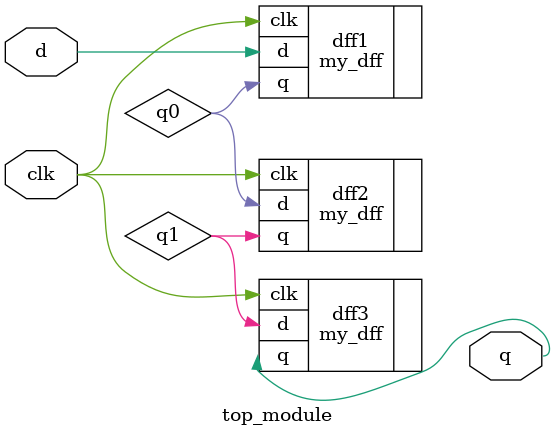
<source format=v>
module top_module ( input clk, input d, output q );
    wire q0,q1;
    my_dff dff1(.clk(clk),.d(d),.q(q0));
    my_dff dff2(.clk(clk),.d(q0),.q(q1));
    my_dff dff3(.clk(clk),.d(q1),.q(q));

endmodule

</source>
